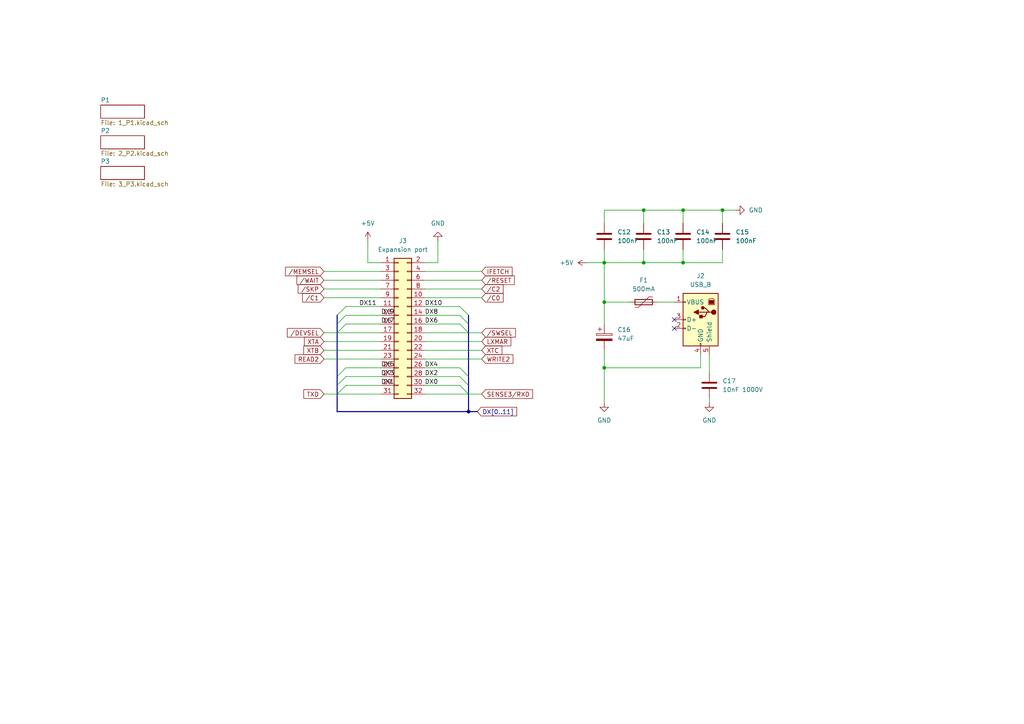
<source format=kicad_sch>
(kicad_sch (version 20250114) (generator "eeschema") (generator_version "9.0")
  (paper "A4")
  (title_block (title "IM6100 SAMPLER mini") (date "2025-04-12"))
  (lib_symbols
    (symbol "Connector:USB_B" (pin_names (offset 1.016))
      (property "Reference" "J" (at -5.08 11.43 0))
      (property "Value" "USB_B" (at -5.08 8.89 0))
      (symbol "USB_B_0_1"
        (rectangle (start -5.08 -7.62) (end 5.08 7.62) (stroke (width 0.254)) (fill (type background)))
        (polyline (pts (xy -4.064 4.318) (xy -2.286 4.318) (xy -2.286 5.715) (xy -2.667 6.096) (xy -3.683 6.096) (xy -4.064 5.715) (xy -4.064 4.318)))
        (rectangle (start -3.81 5.588) (end -2.54 4.572) (fill (type outline)))
        (circle (center -3.81 2.159) (radius 0.635) (stroke (width 0.254)) (fill (type outline)))
        (polyline (pts (xy -3.175 2.159) (xy -2.54 2.159) (xy -1.27 3.429) (xy -0.635 3.429)) (stroke (width 0.254)))
        (polyline (pts (xy -2.54 2.159) (xy -1.905 2.159) (xy -1.27 0.889) (xy 0 0.889)) (stroke (width 0.254)))
        (polyline (pts (xy -1.905 2.159) (xy 0.635 2.159)) (stroke (width 0.254)))
        (circle (center -0.635 3.429) (radius 0.381) (stroke (width 0.254)) (fill (type outline)))
        (rectangle (start -0.127 -7.62) (end 0.127 -6.858))
        (rectangle (start 0.254 1.27) (end -0.508 0.508) (stroke (width 0.254)) (fill (type outline)))
        (polyline (pts (xy 0.635 2.794) (xy 0.635 1.524) (xy 1.905 2.159) (xy 0.635 2.794)) (stroke (width 0.254)) (fill (type outline)))
        (rectangle (start 5.08 4.953) (end 4.318 5.207))
        (rectangle (start 5.08 -0.127) (end 4.318 0.127))
        (rectangle (start 5.08 -2.667) (end 4.318 -2.413))
      )
      (symbol "USB_B_1_1"
        (pin passive line (at -2.54 -10.16 90) (length 2.54) (name "Shield") (number "5"))
        (pin power_out line (at 0 -10.16 90) (length 2.54) (name "GND") (number "4"))
        (pin power_out line (at 7.62 5.08 180) (length 2.54) (name "VBUS") (number "1"))
        (pin bidirectional line (at 7.62 0 180) (length 2.54) (name "D+") (number "3"))
        (pin bidirectional line (at 7.62 -2.54 180) (length 2.54) (name "D-") (number "2"))
      )
    )
    (symbol "Connector_Generic:Conn_02x16_Odd_Even" (pin_names (offset 1.016) (hide yes))
      (property "Reference" "J" (at 1.27 20.32 0))
      (property "Value" "Conn_02x16_Odd_Even" (at 1.27 -22.86 0))
      (symbol "Conn_02x16_Odd_Even_1_1"
        (rectangle (start -1.27 19.05) (end 3.81 -21.59) (stroke (width 0.254)) (fill (type background)))
        (rectangle (start -1.27 17.907) (end 0 17.653) (stroke (width 0.1524)))
        (rectangle (start -1.27 15.367) (end 0 15.113) (stroke (width 0.1524)))
        (rectangle (start -1.27 12.827) (end 0 12.573) (stroke (width 0.1524)))
        (rectangle (start -1.27 10.287) (end 0 10.033) (stroke (width 0.1524)))
        (rectangle (start -1.27 7.747) (end 0 7.493) (stroke (width 0.1524)))
        (rectangle (start -1.27 5.207) (end 0 4.953) (stroke (width 0.1524)))
        (rectangle (start -1.27 2.667) (end 0 2.413) (stroke (width 0.1524)))
        (rectangle (start -1.27 0.127) (end 0 -0.127) (stroke (width 0.1524)))
        (rectangle (start -1.27 -2.413) (end 0 -2.667) (stroke (width 0.1524)))
        (rectangle (start -1.27 -4.953) (end 0 -5.207) (stroke (width 0.1524)))
        (rectangle (start -1.27 -7.493) (end 0 -7.747) (stroke (width 0.1524)))
        (rectangle (start -1.27 -10.033) (end 0 -10.287) (stroke (width 0.1524)))
        (rectangle (start -1.27 -12.573) (end 0 -12.827) (stroke (width 0.1524)))
        (rectangle (start -1.27 -15.113) (end 0 -15.367) (stroke (width 0.1524)))
        (rectangle (start -1.27 -17.653) (end 0 -17.907) (stroke (width 0.1524)))
        (rectangle (start -1.27 -20.193) (end 0 -20.447) (stroke (width 0.1524)))
        (rectangle (start 3.81 17.907) (end 2.54 17.653) (stroke (width 0.1524)))
        (rectangle (start 3.81 15.367) (end 2.54 15.113) (stroke (width 0.1524)))
        (rectangle (start 3.81 12.827) (end 2.54 12.573) (stroke (width 0.1524)))
        (rectangle (start 3.81 10.287) (end 2.54 10.033) (stroke (width 0.1524)))
        (rectangle (start 3.81 7.747) (end 2.54 7.493) (stroke (width 0.1524)))
        (rectangle (start 3.81 5.207) (end 2.54 4.953) (stroke (width 0.1524)))
        (rectangle (start 3.81 2.667) (end 2.54 2.413) (stroke (width 0.1524)))
        (rectangle (start 3.81 0.127) (end 2.54 -0.127) (stroke (width 0.1524)))
        (rectangle (start 3.81 -2.413) (end 2.54 -2.667) (stroke (width 0.1524)))
        (rectangle (start 3.81 -4.953) (end 2.54 -5.207) (stroke (width 0.1524)))
        (rectangle (start 3.81 -7.493) (end 2.54 -7.747) (stroke (width 0.1524)))
        (rectangle (start 3.81 -10.033) (end 2.54 -10.287) (stroke (width 0.1524)))
        (rectangle (start 3.81 -12.573) (end 2.54 -12.827) (stroke (width 0.1524)))
        (rectangle (start 3.81 -15.113) (end 2.54 -15.367) (stroke (width 0.1524)))
        (rectangle (start 3.81 -17.653) (end 2.54 -17.907) (stroke (width 0.1524)))
        (rectangle (start 3.81 -20.193) (end 2.54 -20.447) (stroke (width 0.1524)))
        (pin passive line (at -5.08 17.78 0) (length 3.81) (name "Pin_1") (number "1"))
        (pin passive line (at -5.08 15.24 0) (length 3.81) (name "Pin_3") (number "3"))
        (pin passive line (at -5.08 12.7 0) (length 3.81) (name "Pin_5") (number "5"))
        (pin passive line (at -5.08 10.16 0) (length 3.81) (name "Pin_7") (number "7"))
        (pin passive line (at -5.08 7.62 0) (length 3.81) (name "Pin_9") (number "9"))
        (pin passive line (at -5.08 5.08 0) (length 3.81) (name "Pin_11") (number "11"))
        (pin passive line (at -5.08 2.54 0) (length 3.81) (name "Pin_13") (number "13"))
        (pin passive line (at -5.08 0 0) (length 3.81) (name "Pin_15") (number "15"))
        (pin passive line (at -5.08 -2.54 0) (length 3.81) (name "Pin_17") (number "17"))
        (pin passive line (at -5.08 -5.08 0) (length 3.81) (name "Pin_19") (number "19"))
        (pin passive line (at -5.08 -7.62 0) (length 3.81) (name "Pin_21") (number "21"))
        (pin passive line (at -5.08 -10.16 0) (length 3.81) (name "Pin_23") (number "23"))
        (pin passive line (at -5.08 -12.7 0) (length 3.81) (name "Pin_25") (number "25"))
        (pin passive line (at -5.08 -15.24 0) (length 3.81) (name "Pin_27") (number "27"))
        (pin passive line (at -5.08 -17.78 0) (length 3.81) (name "Pin_29") (number "29"))
        (pin passive line (at -5.08 -20.32 0) (length 3.81) (name "Pin_31") (number "31"))
        (pin passive line (at 7.62 17.78 180) (length 3.81) (name "Pin_2") (number "2"))
        (pin passive line (at 7.62 15.24 180) (length 3.81) (name "Pin_4") (number "4"))
        (pin passive line (at 7.62 12.7 180) (length 3.81) (name "Pin_6") (number "6"))
        (pin passive line (at 7.62 10.16 180) (length 3.81) (name "Pin_8") (number "8"))
        (pin passive line (at 7.62 7.62 180) (length 3.81) (name "Pin_10") (number "10"))
        (pin passive line (at 7.62 5.08 180) (length 3.81) (name "Pin_12") (number "12"))
        (pin passive line (at 7.62 2.54 180) (length 3.81) (name "Pin_14") (number "14"))
        (pin passive line (at 7.62 0 180) (length 3.81) (name "Pin_16") (number "16"))
        (pin passive line (at 7.62 -2.54 180) (length 3.81) (name "Pin_18") (number "18"))
        (pin passive line (at 7.62 -5.08 180) (length 3.81) (name "Pin_20") (number "20"))
        (pin passive line (at 7.62 -7.62 180) (length 3.81) (name "Pin_22") (number "22"))
        (pin passive line (at 7.62 -10.16 180) (length 3.81) (name "Pin_24") (number "24"))
        (pin passive line (at 7.62 -12.7 180) (length 3.81) (name "Pin_26") (number "26"))
        (pin passive line (at 7.62 -15.24 180) (length 3.81) (name "Pin_28") (number "28"))
        (pin passive line (at 7.62 -17.78 180) (length 3.81) (name "Pin_30") (number "30"))
        (pin passive line (at 7.62 -20.32 180) (length 3.81) (name "Pin_32") (number "32"))
      )
    )
    (symbol "Device:C" (pin_numbers (hide yes)) (pin_names (offset 0.254))
      (property "Reference" "C" (at 0.635 2.54 0))
      (property "Value" "C" (at 0.635 -2.54 0))
      (symbol "C_0_1"
        (polyline (pts (xy -2.032 0.762) (xy 2.032 0.762)) (stroke (width 0.508)))
        (polyline (pts (xy -2.032 -0.762) (xy 2.032 -0.762)) (stroke (width 0.508)))
      )
      (symbol "C_1_1"
        (pin passive line (at 0 3.81 270) (length 2.794) (name "~") (number "1"))
        (pin passive line (at 0 -3.81 90) (length 2.794) (name "~") (number "2"))
      )
    )
    (symbol "Device:C_Polarized" (pin_numbers (hide yes)) (pin_names (offset 0.254))
      (property "Reference" "C" (at 0.635 2.54 0))
      (property "Value" "C_Polarized" (at 0.635 -2.54 0))
      (symbol "C_Polarized_0_1"
        (rectangle (start -2.286 0.508) (end 2.286 1.016))
        (polyline (pts (xy -1.778 2.286) (xy -0.762 2.286)))
        (polyline (pts (xy -1.27 2.794) (xy -1.27 1.778)))
        (rectangle (start 2.286 -0.508) (end -2.286 -1.016) (fill (type outline)))
      )
      (symbol "C_Polarized_1_1"
        (pin passive line (at 0 3.81 270) (length 2.794) (name "~") (number "1"))
        (pin passive line (at 0 -3.81 90) (length 2.794) (name "~") (number "2"))
      )
    )
    (symbol "Device:Polyfuse" (pin_numbers (hide yes)) (pin_names (offset 0))
      (property "Reference" "F" (at -2.54 0 90))
      (property "Value" "Polyfuse" (at 2.54 0 90))
      (symbol "Polyfuse_0_1"
        (polyline (pts (xy -1.524 2.54) (xy -1.524 1.524) (xy 1.524 -1.524) (xy 1.524 -2.54)))
        (rectangle (start -0.762 2.54) (end 0.762 -2.54) (stroke (width 0.254)))
        (polyline (pts (xy 0 2.54) (xy 0 -2.54)))
      )
      (symbol "Polyfuse_1_1"
        (pin passive line (at 0 3.81 270) (length 1.27) (name "~") (number "1"))
        (pin passive line (at 0 -3.81 90) (length 1.27) (name "~") (number "2"))
      )
    )
    (symbol "power:+5V" (power) (pin_numbers (hide yes)) (pin_names (offset 0) (hide yes))
      (property "Value" "+5V" (at 0 3.556 0))
      (symbol "+5V_0_1"
        (polyline (pts (xy -0.762 1.27) (xy 0 2.54)))
        (polyline (pts (xy 0 2.54) (xy 0.762 1.27)))
        (polyline (pts (xy 0 0) (xy 0 2.54)))
      )
      (symbol "+5V_1_1"
        (pin power_in line (at 0 0 90) (length 0) (name "~") (number "1"))
      )
    )
    (symbol "power:GND" (power) (pin_numbers (hide yes)) (pin_names (offset 0) (hide yes))
      (property "Value" "GND" (at 0 -3.81 0))
      (symbol "GND_0_1"
        (polyline (pts (xy 0 0) (xy 0 -1.27) (xy 1.27 -1.27) (xy 0 -2.54) (xy -1.27 -1.27) (xy 0 -1.27)))
      )
      (symbol "GND_1_1"
        (pin power_in line (at 0 0 270) (length 0) (name "~") (number "1"))
      )
    )
  )
  (junction (at 175.26 76.2))
  (junction (at 209.55 60.96))
  (junction (at 198.12 60.96))
  (junction (at 135.89 119.38))
  (junction (at 175.26 87.63))
  (junction (at 186.69 60.96))
  (junction (at 186.69 76.2))
  (junction (at 198.12 76.2))
  (junction (at 175.26 106.68))
  (no_connect (at 195.58 92.71))
  (no_connect (at 195.58 95.25))
  (bus_entry (at 97.79 96.52) (size 2.54 -2.54))
  (bus_entry (at 135.89 91.44) (size -2.54 -2.54))
  (bus_entry (at 97.79 91.44) (size 2.54 -2.54))
  (bus_entry (at 135.89 96.52) (size -2.54 -2.54))
  (bus_entry (at 135.89 93.98) (size -2.54 -2.54))
  (bus_entry (at 97.79 93.98) (size 2.54 -2.54))
  (bus_entry (at 135.89 114.3) (size -2.54 -2.54))
  (bus_entry (at 135.89 109.22) (size -2.54 -2.54))
  (bus_entry (at 135.89 111.76) (size -2.54 -2.54))
  (bus_entry (at 97.79 109.22) (size 2.54 -2.54))
  (bus_entry (at 97.79 114.3) (size 2.54 -2.54))
  (bus_entry (at 97.79 111.76) (size 2.54 -2.54))
  (wire (pts (xy 205.74 102.87) (xy 205.74 107.95)))
  (bus (pts (xy 97.79 114.3) (xy 97.79 119.38)))
  (bus (pts (xy 135.89 109.22) (xy 135.89 111.76)))
  (wire (pts (xy 100.33 106.68) (xy 110.49 106.68)))
  (wire (pts (xy 93.98 99.06) (xy 110.49 99.06)))
  (wire (pts (xy 123.19 93.98) (xy 133.35 93.98)))
  (bus (pts (xy 135.89 96.52) (xy 135.89 109.22)))
  (wire (pts (xy 170.18 76.2) (xy 175.26 76.2)))
  (wire (pts (xy 106.68 69.85) (xy 106.68 76.2)))
  (wire (pts (xy 209.55 76.2) (xy 209.55 72.39)))
  (wire (pts (xy 123.19 88.9) (xy 133.35 88.9)))
  (wire (pts (xy 175.26 76.2) (xy 175.26 87.63)))
  (wire (pts (xy 100.33 93.98) (xy 110.49 93.98)))
  (wire (pts (xy 175.26 60.96) (xy 186.69 60.96)))
  (wire (pts (xy 93.98 114.3) (xy 97.79 114.3)))
  (wire (pts (xy 97.79 114.3) (xy 110.49 114.3)))
  (wire (pts (xy 195.58 87.63) (xy 190.5 87.63)))
  (wire (pts (xy 205.74 115.57) (xy 205.74 116.84)))
  (wire (pts (xy 175.26 87.63) (xy 182.88 87.63)))
  (wire (pts (xy 198.12 72.39) (xy 198.12 76.2)))
  (wire (pts (xy 93.98 78.74) (xy 110.49 78.74)))
  (wire (pts (xy 123.19 104.14) (xy 139.7 104.14)))
  (wire (pts (xy 127 76.2) (xy 127 69.85)))
  (wire (pts (xy 93.98 96.52) (xy 97.79 96.52)))
  (wire (pts (xy 93.98 81.28) (xy 110.49 81.28)))
  (wire (pts (xy 123.19 96.52) (xy 135.89 96.52)))
  (wire (pts (xy 198.12 76.2) (xy 209.55 76.2)))
  (wire (pts (xy 93.98 101.6) (xy 110.49 101.6)))
  (wire (pts (xy 209.55 60.96) (xy 213.36 60.96)))
  (wire (pts (xy 186.69 64.77) (xy 186.69 60.96)))
  (bus (pts (xy 97.79 93.98) (xy 97.79 96.52)))
  (wire (pts (xy 100.33 88.9) (xy 110.49 88.9)))
  (wire (pts (xy 123.19 83.82) (xy 139.7 83.82)))
  (bus (pts (xy 138.43 119.38) (xy 135.89 119.38)))
  (wire (pts (xy 100.33 111.76) (xy 110.49 111.76)))
  (wire (pts (xy 123.19 111.76) (xy 133.35 111.76)))
  (bus (pts (xy 135.89 111.76) (xy 135.89 114.3)))
  (wire (pts (xy 123.19 81.28) (xy 139.7 81.28)))
  (wire (pts (xy 106.68 76.2) (xy 110.49 76.2)))
  (bus (pts (xy 97.79 111.76) (xy 97.79 114.3)))
  (wire (pts (xy 135.89 96.52) (xy 139.7 96.52)))
  (wire (pts (xy 175.26 106.68) (xy 175.26 116.84)))
  (wire (pts (xy 123.19 106.68) (xy 133.35 106.68)))
  (wire (pts (xy 175.26 72.39) (xy 175.26 76.2)))
  (wire (pts (xy 186.69 72.39) (xy 186.69 76.2)))
  (bus (pts (xy 97.79 91.44) (xy 97.79 93.98)))
  (bus (pts (xy 97.79 119.38) (xy 135.89 119.38)))
  (wire (pts (xy 186.69 76.2) (xy 175.26 76.2)))
  (wire (pts (xy 93.98 104.14) (xy 110.49 104.14)))
  (wire (pts (xy 97.79 96.52) (xy 110.49 96.52)))
  (bus (pts (xy 135.89 93.98) (xy 135.89 96.52)))
  (wire (pts (xy 123.19 91.44) (xy 133.35 91.44)))
  (wire (pts (xy 123.19 78.74) (xy 139.7 78.74)))
  (wire (pts (xy 93.98 86.36) (xy 110.49 86.36)))
  (wire (pts (xy 175.26 87.63) (xy 175.26 93.98)))
  (wire (pts (xy 175.26 64.77) (xy 175.26 60.96)))
  (wire (pts (xy 209.55 60.96) (xy 209.55 64.77)))
  (wire (pts (xy 100.33 109.22) (xy 110.49 109.22)))
  (wire (pts (xy 100.33 91.44) (xy 110.49 91.44)))
  (bus (pts (xy 135.89 119.38) (xy 135.89 114.3)))
  (wire (pts (xy 186.69 60.96) (xy 198.12 60.96)))
  (wire (pts (xy 123.19 114.3) (xy 135.89 114.3)))
  (wire (pts (xy 198.12 64.77) (xy 198.12 60.96)))
  (bus (pts (xy 97.79 109.22) (xy 97.79 111.76)))
  (wire (pts (xy 135.89 114.3) (xy 139.7 114.3)))
  (wire (pts (xy 123.19 86.36) (xy 139.7 86.36)))
  (bus (pts (xy 135.89 91.44) (xy 135.89 93.98)))
  (wire (pts (xy 175.26 101.6) (xy 175.26 106.68)))
  (bus (pts (xy 97.79 96.52) (xy 97.79 109.22)))
  (wire (pts (xy 93.98 83.82) (xy 110.49 83.82)))
  (wire (pts (xy 123.19 99.06) (xy 139.7 99.06)))
  (wire (pts (xy 198.12 76.2) (xy 186.69 76.2)))
  (wire (pts (xy 209.55 60.96) (xy 198.12 60.96)))
  (wire (pts (xy 203.2 106.68) (xy 175.26 106.68)))
  (wire (pts (xy 203.2 102.87) (xy 203.2 106.68)))
  (wire (pts (xy 123.19 109.22) (xy 133.35 109.22)))
  (wire (pts (xy 123.19 76.2) (xy 127 76.2)))
  (wire (pts (xy 123.19 101.6) (xy 139.7 101.6)))
  (label "DX10" (at 123.19 88.9 0))
  (label "DX0" (at 123.19 111.76 0))
  (label "DX11" (at 104.14 88.9 0))
  (label "DX5" (at 110.49 106.68 0))
  (label "DX8" (at 123.19 91.44 0))
  (label "DX9" (at 110.49 91.44 0))
  (label "DX1" (at 110.49 111.76 0))
  (label "DX6" (at 123.19 93.98 0))
  (label "DX7" (at 110.49 93.98 0))
  (label "DX3" (at 110.49 109.22 0))
  (label "DX2" (at 123.19 109.22 0))
  (label "DX4" (at 123.19 106.68 0))
  (global_label "IFETCH" (shape input) (at 139.7 78.74 0) (property "Intersheetrefs" "${INTERSHEET_REFS}" (effects (hide yes))))
  (global_label "TXD" (shape input) (at 93.98 114.3 180) (property "Intersheetrefs" "${INTERSHEET_REFS}" (effects (hide yes))))
  (global_label "XTA" (shape input) (at 93.98 99.06 180) (property "Intersheetrefs" "${INTERSHEET_REFS}" (effects (hide yes))))
  (global_label "{slash}WAIT" (shape input) (at 93.98 81.28 180) (property "Intersheetrefs" "${INTERSHEET_REFS}" (effects (hide yes))))
  (global_label "/MEMSEL" (shape input) (at 93.98 78.74 180) (property "Intersheetrefs" "${INTERSHEET_REFS}" (effects (hide yes))))
  (global_label "WRITE2" (shape input) (at 139.7 104.14 0) (property "Intersheetrefs" "${INTERSHEET_REFS}" (effects (hide yes))))
  (global_label "/SKP" (shape input) (at 93.98 83.82 180) (property "Intersheetrefs" "${INTERSHEET_REFS}" (effects (hide yes))))
  (global_label "/C2" (shape input) (at 139.7 83.82 0) (property "Intersheetrefs" "${INTERSHEET_REFS}" (effects (hide yes))))
  (global_label "/C1" (shape input) (at 93.98 86.36 180) (property "Intersheetrefs" "${INTERSHEET_REFS}" (effects (hide yes))))
  (global_label "READ2" (shape input) (at 93.98 104.14 180) (property "Intersheetrefs" "${INTERSHEET_REFS}" (effects (hide yes))))
  (global_label "{slash}RESET" (shape input) (at 139.7 81.28 0) (property "Intersheetrefs" "${INTERSHEET_REFS}" (effects (hide yes))))
  (global_label "XTC" (shape input) (at 139.7 101.6 0) (property "Intersheetrefs" "${INTERSHEET_REFS}" (effects (hide yes))))
  (global_label "SENSE3/RXD" (shape input) (at 139.7 114.3 0) (property "Intersheetrefs" "${INTERSHEET_REFS}" (effects (hide yes))))
  (global_label "/C0" (shape input) (at 139.7 86.36 0) (property "Intersheetrefs" "${INTERSHEET_REFS}" (effects (hide yes))))
  (global_label "DX[0..11]" (shape input) (at 138.43 119.38 0) (property "Intersheetrefs" "${INTERSHEET_REFS}" (effects (hide yes))))
  (global_label "XTB" (shape input) (at 93.98 101.6 180) (property "Intersheetrefs" "${INTERSHEET_REFS}" (effects (hide yes))))
  (global_label "/SWSEL" (shape input) (at 139.7 96.52 0) (property "Intersheetrefs" "${INTERSHEET_REFS}" (effects (hide yes))))
  (global_label "/DEVSEL" (shape input) (at 93.98 96.52 180) (property "Intersheetrefs" "${INTERSHEET_REFS}" (effects (hide yes))))
  (global_label "LXMAR" (shape input) (at 139.7 99.06 0) (property "Intersheetrefs" "${INTERSHEET_REFS}" (effects (hide yes))))
  (symbol (lib_id "Device:Polyfuse") (at 186.69 87.63 90) (unit 1)
    (property "Reference" "F1" (at 186.69 81.28 90))
    (property "Value" "500mA" (at 186.69 83.82 90))
    (property "Footprint" "Capacitor_THT:C_Disc_D6.0mm_W2.5mm_P5.00mm" (effects (hide yes)))
    (property "Description" "Resettable fuse, polymeric positive temperature coefficient" (effects (hide yes)))
  )
  (symbol (lib_id "power:+5V") (at 170.18 76.2 90) (unit 1)
    (property "Reference" "#PWR041" (effects (hide yes)))
    (property "Value" "+5V" (at 166.37 76.1999 90) (effects (justify left)))
    (property "Description" "Power symbol creates a global label with name \"+5V\"" (effects (hide yes)))
  )
  (symbol (lib_id "Device:C") (at 198.12 68.58 0) (unit 1)
    (property "Reference" "C14" (at 201.93 67.3099 0) (effects (justify left)))
    (property "Value" "100nF" (at 201.93 69.8499 0) (effects (justify left)))
    (property "Footprint" "Capacitor_THT:C_Disc_D5.0mm_W2.5mm_P2.50mm" (effects (hide yes)))
    (property "Description" "Unpolarized capacitor" (effects (hide yes)))
  )
  (symbol (lib_id "power:+5V") (at 106.68 69.85 0) (unit 1)
    (property "Reference" "#PWR039" (effects (hide yes)))
    (property "Value" "+5V" (at 106.68 64.77 0))
    (property "Description" "Power symbol creates a global label with name \"+5V\"" (effects (hide yes)))
  )
  (symbol (lib_id "Device:C") (at 205.74 111.76 0) (unit 1)
    (property "Reference" "C17" (at 209.55 110.4899 0) (effects (justify left)))
    (property "Value" "10nF 1000V" (at 209.55 113.0299 0) (effects (justify left)))
    (property "Footprint" "Capacitor_THT:C_Disc_D5.0mm_W2.5mm_P2.50mm" (effects (hide yes)))
    (property "Description" "Unpolarized capacitor" (effects (hide yes)))
  )
  (symbol (lib_id "Connector_Generic:Conn_02x16_Odd_Even") (at 115.57 93.98 0) (unit 1)
    (property "Reference" "J3" (at 116.84 69.85 0))
    (property "Value" "Expansion port" (at 116.84 72.39 0))
    (property "Footprint" "Connector_PinHeader_2.54mm:PinHeader_2x16_P2.54mm_Vertical" (effects (hide yes)))
    (property "Description" "Generic connector, double row, 02x16, odd/even pin numbering scheme (row 1 odd numbers, row 2 even numbers), script generated (kicad-library-utils/schlib/autogen/connector/)" (effects (hide yes)))
  )
  (symbol (lib_id "power:GND") (at 127 69.85 180) (unit 1)
    (property "Reference" "#PWR040" (effects (hide yes)))
    (property "Value" "GND" (at 127 64.77 0))
    (property "Description" "Power symbol creates a global label with name \"GND\" , ground" (effects (hide yes)))
  )
  (symbol (lib_id "Device:C") (at 209.55 68.58 0) (unit 1)
    (property "Reference" "C15" (at 213.36 67.3099 0) (effects (justify left)))
    (property "Value" "100nF" (at 213.36 69.8499 0) (effects (justify left)))
    (property "Footprint" "Capacitor_THT:C_Disc_D5.0mm_W2.5mm_P2.50mm" (effects (hide yes)))
    (property "Description" "Unpolarized capacitor" (effects (hide yes)))
  )
  (symbol (lib_id "Device:C") (at 175.26 68.58 0) (unit 1)
    (property "Reference" "C12" (at 179.07 67.3099 0) (effects (justify left)))
    (property "Value" "100nF" (at 179.07 69.8499 0) (effects (justify left)))
    (property "Footprint" "Capacitor_THT:C_Disc_D5.0mm_W2.5mm_P2.50mm" (effects (hide yes)))
    (property "Description" "Unpolarized capacitor" (effects (hide yes)))
  )
  (symbol (lib_id "power:GND") (at 205.74 116.84 0) (unit 1)
    (property "Reference" "#PWR043" (effects (hide yes)))
    (property "Value" "GND" (at 205.74 121.92 0))
    (property "Description" "Power symbol creates a global label with name \"GND\" , ground" (effects (hide yes)))
  )
  (symbol (lib_id "Device:C") (at 186.69 68.58 0) (unit 1)
    (property "Reference" "C13" (at 190.5 67.3099 0) (effects (justify left)))
    (property "Value" "100nF" (at 190.5 69.8499 0) (effects (justify left)))
    (property "Footprint" "Capacitor_THT:C_Disc_D5.0mm_W2.5mm_P2.50mm" (effects (hide yes)))
    (property "Description" "Unpolarized capacitor" (effects (hide yes)))
  )
  (symbol (lib_id "Device:C_Polarized") (at 175.26 97.79 0) (unit 1)
    (property "Reference" "C16" (at 179.07 95.6309 0) (effects (justify left)))
    (property "Value" "47uF" (at 179.07 98.1709 0) (effects (justify left)))
    (property "Footprint" "Capacitor_THT:CP_Radial_D6.3mm_P2.50mm" (effects (hide yes)))
    (property "Description" "Polarized capacitor" (effects (hide yes)))
  )
  (symbol (lib_id "power:GND") (at 213.36 60.96 90) (unit 1)
    (property "Reference" "#PWR038" (effects (hide yes)))
    (property "Value" "GND" (at 217.17 60.9599 90) (effects (justify right)))
    (property "Description" "Power symbol creates a global label with name \"GND\" , ground" (effects (hide yes)))
  )
  (symbol (lib_id "Connector:USB_B") (at 203.2 92.71 0) (mirror y) (unit 1)
    (property "Reference" "J2" (at 203.2 80.01 0))
    (property "Value" "USB_B" (at 203.2 82.55 0))
    (property "Footprint" "Connector_USB:USB_B_Lumberg_2411_02_Horizontal" (effects (hide yes)))
    (property "Description" "USB Type B connector" (effects (hide yes)))
  )
  (symbol (lib_id "power:GND") (at 175.26 116.84 0) (unit 1)
    (property "Reference" "#PWR042" (effects (hide yes)))
    (property "Value" "GND" (at 175.26 121.92 0))
    (property "Description" "Power symbol creates a global label with name \"GND\" , ground" (effects (hide yes)))
  )
  (sheet (at 29.21 48.26) (size 12.7 3.81)
    (property "Sheetname" "P3" (at 29.21 47.5484 0) (effects (justify left bottom)))
    (property "Sheetfile" "3_P3.kicad_sch" (at 29.21 52.6546 0) (effects (justify left top)))
  )
  (sheet (at 29.21 39.37) (size 12.7 3.81)
    (property "Sheetname" "P2" (at 29.21 38.6584 0) (effects (justify left bottom)))
    (property "Sheetfile" "2_P2.kicad_sch" (at 29.21 43.7646 0) (effects (justify left top)))
  )
  (sheet (at 29.21 30.48) (size 12.7 3.81)
    (property "Sheetname" "P1" (at 29.21 29.7684 0) (effects (justify left bottom)))
    (property "Sheetfile" "1_P1.kicad_sch" (at 29.21 34.8746 0) (effects (justify left top)))
  )
)
</source>
